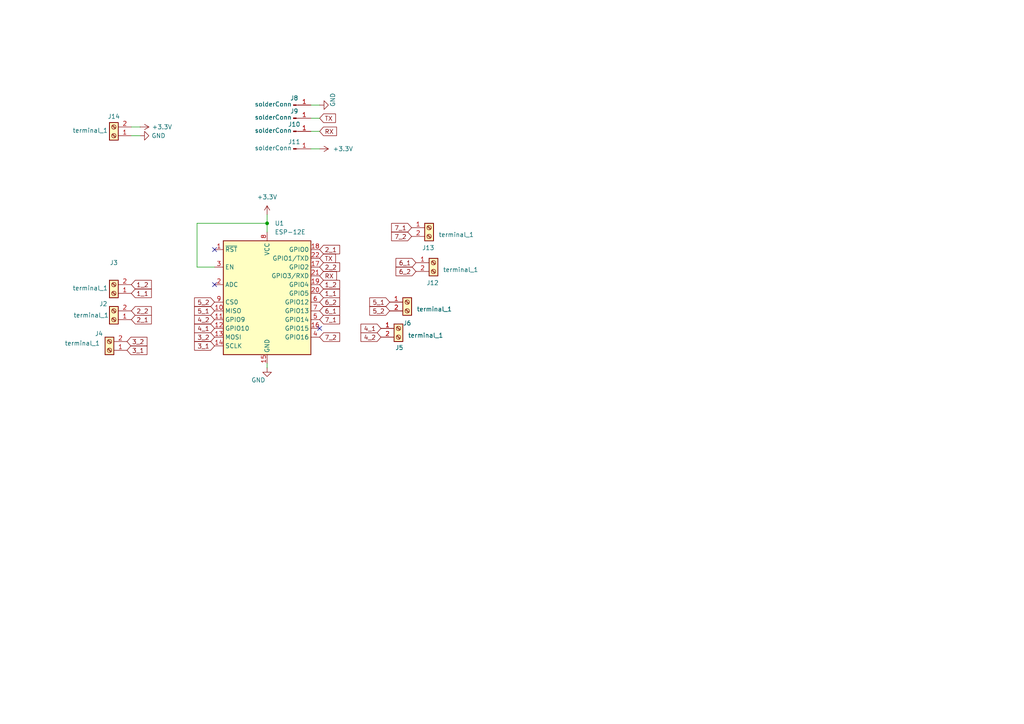
<source format=kicad_sch>
(kicad_sch (version 20231120) (generator "eeschema") (generator_version "8.0")
  (paper "A4")
  (lib_symbols
    (symbol "+3.3V_1" (power) (pin_numbers hide) (pin_names (offset 0) hide)
      (property "Value" "+3.3V" (at 0 3.556 0))
      (symbol "+3.3V_1_0_1"
        (polyline (pts (xy -0.762 1.27) (xy 0 2.54)))
        (polyline (pts (xy 0 0) (xy 0 2.54)))
        (polyline (pts (xy 0 2.54) (xy 0.762 1.27)))
      )
      (symbol "+3.3V_1_1_1"
        (pin power_in line (at 0 0 90) (length 0) (name "~") (number "1"))
      )
    )
    (symbol "Connector:Conn_01x01_Pin" (pin_names (offset 1.016) hide)
      (property "Reference" "J" (at 0 2.54 0))
      (property "Value" "Conn_01x01_Pin" (at 0 -2.54 0))
      (symbol "Conn_01x01_Pin_1_1"
        (polyline (pts (xy 1.27 0) (xy 0.8636 0)) (stroke (width 0.1524)))
        (rectangle (start 0.8636 0.127) (end 0 -0.127) (stroke (width 0.1524)) (fill (type outline)))
        (pin passive line (at 5.08 0 180) (length 3.81) (name "Pin_1") (number "1"))
      )
    )
    (symbol "Connector:Screw_Terminal_01x02" (pin_names (offset 1.016) hide)
      (property "Reference" "J" (at 0 2.54 0))
      (property "Value" "Screw_Terminal_01x02" (at 0 -5.08 0))
      (symbol "Screw_Terminal_01x02_1_1"
        (rectangle (start -1.27 1.27) (end 1.27 -3.81) (stroke (width 0.254)) (fill (type background)))
        (circle (center 0 -2.54) (radius 0.635) (stroke (width 0.1524)))
        (polyline (pts (xy -0.5334 -2.2098) (xy 0.3302 -3.048)) (stroke (width 0.1524)))
        (polyline (pts (xy -0.5334 0.3302) (xy 0.3302 -0.508)) (stroke (width 0.1524)))
        (polyline (pts (xy -0.3556 -2.032) (xy 0.508 -2.8702)) (stroke (width 0.1524)))
        (polyline (pts (xy -0.3556 0.508) (xy 0.508 -0.3302)) (stroke (width 0.1524)))
        (circle (center 0 0) (radius 0.635) (stroke (width 0.1524)))
        (pin passive line (at -5.08 0 0) (length 3.81) (name "Pin_1") (number "1"))
        (pin passive line (at -5.08 -2.54 0) (length 3.81) (name "Pin_2") (number "2"))
      )
    )
    (symbol "GND_1" (power) (pin_numbers hide) (pin_names (offset 0) hide)
      (property "Value" "GND" (at 0 -3.81 0))
      (symbol "GND_1_0_1"
        (polyline (pts (xy 0 0) (xy 0 -1.27) (xy 1.27 -1.27) (xy 0 -2.54) (xy -1.27 -1.27) (xy 0 -1.27)))
      )
      (symbol "GND_1_1_1"
        (pin power_in line (at 0 0 270) (length 0) (name "~") (number "1"))
      )
    )
    (symbol "RF_Module:ESP-12E"
      (property "Reference" "U" (at -12.7 19.05 0))
      (property "Value" "ESP-12E" (at 12.7 19.05 0))
      (symbol "ESP-12E_0_1"
        (rectangle (start -12.7 17.78) (end 12.7 -15.24) (stroke (width 0.254)) (fill (type background)))
      )
      (symbol "ESP-12E_1_1"
        (pin input line (at -15.24 15.24 0) (length 2.54) (name "~{RST}") (number "1"))
        (pin bidirectional line (at -15.24 -2.54 0) (length 2.54) (name "MISO") (number "10"))
        (pin bidirectional line (at -15.24 -5.08 0) (length 2.54) (name "GPIO9") (number "11"))
        (pin bidirectional line (at -15.24 -7.62 0) (length 2.54) (name "GPIO10") (number "12"))
        (pin bidirectional line (at -15.24 -10.16 0) (length 2.54) (name "MOSI") (number "13"))
        (pin bidirectional line (at -15.24 -12.7 0) (length 2.54) (name "SCLK") (number "14"))
        (pin power_in line (at 0 -17.78 90) (length 2.54) (name "GND") (number "15"))
        (pin bidirectional line (at 15.24 -7.62 180) (length 2.54) (name "GPIO15") (number "16"))
        (pin bidirectional line (at 15.24 10.16 180) (length 2.54) (name "GPIO2") (number "17"))
        (pin bidirectional line (at 15.24 15.24 180) (length 2.54) (name "GPIO0") (number "18"))
        (pin bidirectional line (at 15.24 5.08 180) (length 2.54) (name "GPIO4") (number "19"))
        (pin input line (at -15.24 5.08 0) (length 2.54) (name "ADC") (number "2"))
        (pin bidirectional line (at 15.24 2.54 180) (length 2.54) (name "GPIO5") (number "20"))
        (pin bidirectional line (at 15.24 7.62 180) (length 2.54) (name "GPIO3/RXD") (number "21"))
        (pin bidirectional line (at 15.24 12.7 180) (length 2.54) (name "GPIO1/TXD") (number "22"))
        (pin input line (at -15.24 10.16 0) (length 2.54) (name "EN") (number "3"))
        (pin bidirectional line (at 15.24 -10.16 180) (length 2.54) (name "GPIO16") (number "4"))
        (pin bidirectional line (at 15.24 -5.08 180) (length 2.54) (name "GPIO14") (number "5"))
        (pin bidirectional line (at 15.24 0 180) (length 2.54) (name "GPIO12") (number "6"))
        (pin bidirectional line (at 15.24 -2.54 180) (length 2.54) (name "GPIO13") (number "7"))
        (pin power_in line (at 0 20.32 270) (length 2.54) (name "VCC") (number "8"))
        (pin input line (at -15.24 0 0) (length 2.54) (name "CS0") (number "9"))
      )
    )
    (symbol "power:+3.3V" (power) (pin_names (offset 0))
      (property "Value" "+3.3V" (at 0 3.556 0))
      (symbol "+3.3V_0_1"
        (polyline (pts (xy -0.762 1.27) (xy 0 2.54)))
        (polyline (pts (xy 0 0) (xy 0 2.54)))
        (polyline (pts (xy 0 2.54) (xy 0.762 1.27)))
      )
      (symbol "+3.3V_1_1"
        (pin power_in line (at 0 0 90) (length 0) hide (name "+3.3V") (number "1"))
      )
    )
  )
  (junction (at 77.47 64.77))
  (no_connect (at 62.23 82.55))
  (no_connect (at 92.71 95.25))
  (no_connect (at 62.23 72.39))
  (wire (pts (xy 92.71 38.1) (xy 90.17 38.1)))
  (wire (pts (xy 77.47 106.68) (xy 77.47 105.41)))
  (wire (pts (xy 92.71 43.18) (xy 90.17 43.18)))
  (wire (pts (xy 92.71 30.48) (xy 90.17 30.48)))
  (wire (pts (xy 77.47 62.23) (xy 77.47 64.77)))
  (wire (pts (xy 57.15 77.47) (xy 62.23 77.47)))
  (wire (pts (xy 40.64 36.83) (xy 38.1 36.83)))
  (wire (pts (xy 77.47 64.77) (xy 77.47 67.31)))
  (wire (pts (xy 92.71 34.29) (xy 90.17 34.29)))
  (wire (pts (xy 40.64 39.37) (xy 38.1 39.37)))
  (wire (pts (xy 77.47 64.77) (xy 57.15 64.77)))
  (wire (pts (xy 57.15 64.77) (xy 57.15 77.47)))
  (global_label "2_1" (shape input) (at 38.1 92.71 0) (property "Intersheetrefs" "${INTERSHEET_REFS}" (effects (hide yes))))
  (global_label "3_1" (shape input) (at 36.83 101.6 0) (property "Intersheetrefs" "${INTERSHEET_REFS}" (effects (hide yes))))
  (global_label "TX" (shape input) (at 92.71 34.29 0) (property "Intersheetrefs" "${INTERSHEET_REFS}" (effects (hide yes))))
  (global_label "3_2" (shape input) (at 36.83 99.06 0) (property "Intersheetrefs" "${INTERSHEET_REFS}" (effects (hide yes))))
  (global_label "5_2" (shape input) (at 113.03 90.17 180) (property "Intersheetrefs" "${INTERSHEET_REFS}" (effects (hide yes))))
  (global_label "TX" (shape input) (at 92.71 74.93 0) (property "Intersheetrefs" "${INTERSHEET_REFS}" (effects (hide yes))))
  (global_label "7_2" (shape input) (at 119.38 68.58 180) (property "Intersheetrefs" "${INTERSHEET_REFS}" (effects (hide yes))))
  (global_label "1_2" (shape input) (at 92.71 82.55 0) (property "Intersheetrefs" "${INTERSHEET_REFS}" (effects (hide yes))))
  (global_label "1_1" (shape input) (at 38.1 85.09 0) (property "Intersheetrefs" "${INTERSHEET_REFS}" (effects (hide yes))))
  (global_label "6_2" (shape input) (at 120.65 78.74 180) (property "Intersheetrefs" "${INTERSHEET_REFS}" (effects (hide yes))))
  (global_label "6_1" (shape input) (at 120.65 76.2 180) (property "Intersheetrefs" "${INTERSHEET_REFS}" (effects (hide yes))))
  (global_label "4_2" (shape input) (at 62.23 92.71 180) (property "Intersheetrefs" "${INTERSHEET_REFS}" (effects (hide yes))))
  (global_label "7_1" (shape input) (at 92.71 92.71 0) (property "Intersheetrefs" "${INTERSHEET_REFS}" (effects (hide yes))))
  (global_label "2_1" (shape input) (at 92.71 72.39 0) (property "Intersheetrefs" "${INTERSHEET_REFS}" (effects (hide yes))))
  (global_label "6_1" (shape input) (at 92.71 90.17 0) (property "Intersheetrefs" "${INTERSHEET_REFS}" (effects (hide yes))))
  (global_label "3_2" (shape input) (at 62.23 97.79 180) (property "Intersheetrefs" "${INTERSHEET_REFS}" (effects (hide yes))))
  (global_label "RX" (shape input) (at 92.71 80.01 0) (property "Intersheetrefs" "${INTERSHEET_REFS}" (effects (hide yes))))
  (global_label "RX" (shape input) (at 92.71 38.1 0) (property "Intersheetrefs" "${INTERSHEET_REFS}" (effects (hide yes))))
  (global_label "4_2" (shape input) (at 110.49 97.79 180) (property "Intersheetrefs" "${INTERSHEET_REFS}" (effects (hide yes))))
  (global_label "5_1" (shape input) (at 62.23 90.17 180) (property "Intersheetrefs" "${INTERSHEET_REFS}" (effects (hide yes))))
  (global_label "2_2" (shape input) (at 92.71 77.47 0) (property "Intersheetrefs" "${INTERSHEET_REFS}" (effects (hide yes))))
  (global_label "4_1" (shape input) (at 62.23 95.25 180) (property "Intersheetrefs" "${INTERSHEET_REFS}" (effects (hide yes))))
  (global_label "2_2" (shape input) (at 38.1 90.17 0) (property "Intersheetrefs" "${INTERSHEET_REFS}" (effects (hide yes))))
  (global_label "3_1" (shape input) (at 62.23 100.33 180) (property "Intersheetrefs" "${INTERSHEET_REFS}" (effects (hide yes))))
  (global_label "7_1" (shape input) (at 119.38 66.04 180) (property "Intersheetrefs" "${INTERSHEET_REFS}" (effects (hide yes))))
  (global_label "6_2" (shape input) (at 92.71 87.63 0) (property "Intersheetrefs" "${INTERSHEET_REFS}" (effects (hide yes))))
  (global_label "1_2" (shape input) (at 38.1 82.55 0) (property "Intersheetrefs" "${INTERSHEET_REFS}" (effects (hide yes))))
  (global_label "1_1" (shape input) (at 92.71 85.09 0) (property "Intersheetrefs" "${INTERSHEET_REFS}" (effects (hide yes))))
  (global_label "4_1" (shape input) (at 110.49 95.25 180) (property "Intersheetrefs" "${INTERSHEET_REFS}" (effects (hide yes))))
  (global_label "5_2" (shape input) (at 62.23 87.63 180) (property "Intersheetrefs" "${INTERSHEET_REFS}" (effects (hide yes))))
  (global_label "7_2" (shape input) (at 92.71 97.79 0) (property "Intersheetrefs" "${INTERSHEET_REFS}" (effects (hide yes))))
  (global_label "5_1" (shape input) (at 113.03 87.63 180) (property "Intersheetrefs" "${INTERSHEET_REFS}" (effects (hide yes))))
  (symbol (lib_id "Connector:Conn_01x01_Pin") (at 85.09 30.48 0) (unit 1)
    (property "Reference" "J8" (at 85.344 28.448 0))
    (property "Value" "solderConn" (at 79.248 30.226 0))
    (property "Footprint" "CustomParts:solderConnector3" (effects (hide yes)))
    (property "Description" "Generic connector, single row, 01x01, script generated" (effects (hide yes)))
  )
  (symbol (lib_name "GND_1") (lib_id "power:GND") (at 40.64 39.37 90) (unit 1)
    (property "Reference" "#PWR05" (effects (hide yes)))
    (property "Value" "GND" (at 45.974 39.37 90))
    (property "Description" "Power symbol creates a global label with name \"GND\" , ground" (effects (hide yes)))
  )
  (symbol (lib_id "RF_Module:ESP-12E") (at 77.47 87.63 0) (unit 1)
    (property "Reference" "U1" (at 79.6641 64.77 0) (effects (justify left)))
    (property "Value" "ESP-12E" (at 79.6641 67.31 0) (effects (justify left)))
    (property "Footprint" "RF_Module:ESP-12E" (effects (hide yes)))
    (property "Datasheet" "http://wiki.ai-thinker.com/_media/esp8266/esp8266_series_modules_user_manual_v1.1.pdf" (effects (hide yes)))
    (property "Description" "802.11 b/g/n Wi-Fi Module" (effects (hide yes)))
  )
  (symbol (lib_id "Connector:Screw_Terminal_01x02") (at 115.57 95.25 0) (unit 1)
    (property "Reference" "J5" (at 115.824 100.838 0))
    (property "Value" "terminal_1" (at 123.444 97.282 0))
    (property "Footprint" "TerminalBlock_MetzConnect:TerminalBlock_MetzConnect_Type059_RT06302HBWC_1x02_P3.50mm_Horizontal" (effects (hide yes)))
    (property "Description" "Generic screw terminal, single row, 01x02, script generated (kicad-library-utils/schlib/autogen/connector/)" (effects (hide yes)))
  )
  (symbol (lib_id "power:+3.3V") (at 92.71 43.18 270) (unit 1)
    (property "Reference" "#PWR02" (effects (hide yes)))
    (property "Value" "+3.3V" (at 96.52 43.1799 90) (effects (justify left)))
  )
  (symbol (lib_id "Connector:Conn_01x01_Pin") (at 85.09 43.18 0) (unit 1)
    (property "Reference" "J11" (at 85.344 41.148 0))
    (property "Value" "solderConn" (at 79.248 42.926 0))
    (property "Footprint" "CustomParts:solderConnector3" (effects (hide yes)))
    (property "Description" "Generic connector, single row, 01x01, script generated" (effects (hide yes)))
  )
  (symbol (lib_name "+3.3V_1") (lib_id "power:+3.3V") (at 40.64 36.83 270) (unit 1)
    (property "Reference" "#PWR04" (effects (hide yes)))
    (property "Value" "+3.3V" (at 46.99 36.83 90))
    (property "Description" "Power symbol creates a global label with name \"+3.3V\"" (effects (hide yes)))
  )
  (symbol (lib_id "Connector:Conn_01x01_Pin") (at 85.09 34.29 0) (unit 1)
    (property "Reference" "J9" (at 85.344 32.258 0))
    (property "Value" "solderConn" (at 79.248 34.036 0))
    (property "Footprint" "CustomParts:solderConnector3" (effects (hide yes)))
    (property "Description" "Generic connector, single row, 01x01, script generated" (effects (hide yes)))
  )
  (symbol (lib_id "Connector:Screw_Terminal_01x02") (at 118.11 87.63 0) (unit 1)
    (property "Reference" "J6" (at 118.11 93.726 0))
    (property "Value" "terminal_1" (at 125.984 89.662 0))
    (property "Footprint" "TerminalBlock_MetzConnect:TerminalBlock_MetzConnect_Type059_RT06302HBWC_1x02_P3.50mm_Horizontal" (effects (hide yes)))
    (property "Description" "Generic screw terminal, single row, 01x02, script generated (kicad-library-utils/schlib/autogen/connector/)" (effects (hide yes)))
  )
  (symbol (lib_id "Connector:Screw_Terminal_01x02") (at 124.46 66.04 0) (unit 1)
    (property "Reference" "J13" (at 124.206 71.882 0))
    (property "Value" "terminal_1" (at 132.334 68.072 0))
    (property "Footprint" "TerminalBlock_MetzConnect:TerminalBlock_MetzConnect_Type059_RT06302HBWC_1x02_P3.50mm_Horizontal" (effects (hide yes)))
    (property "Description" "Generic screw terminal, single row, 01x02, script generated (kicad-library-utils/schlib/autogen/connector/)" (effects (hide yes)))
  )
  (symbol (lib_id "Connector:Screw_Terminal_01x02") (at 31.75 101.6 180) (unit 1)
    (property "Reference" "J4" (at 28.702 96.774 0))
    (property "Value" "terminal_1" (at 23.876 99.568 0))
    (property "Footprint" "TerminalBlock_MetzConnect:TerminalBlock_MetzConnect_Type059_RT06302HBWC_1x02_P3.50mm_Horizontal" (effects (hide yes)))
    (property "Description" "Generic screw terminal, single row, 01x02, script generated (kicad-library-utils/schlib/autogen/connector/)" (effects (hide yes)))
  )
  (symbol (lib_name "GND_1") (lib_id "power:GND") (at 92.71 30.48 90) (unit 1)
    (property "Reference" "#PWR03" (effects (hide yes)))
    (property "Value" "GND" (at 96.52 28.956 0))
    (property "Description" "Power symbol creates a global label with name \"GND\" , ground" (effects (hide yes)))
  )
  (symbol (lib_id "Connector:Screw_Terminal_01x02") (at 33.02 85.09 180) (unit 1)
    (property "Reference" "J3" (at 33.02 76.2 0))
    (property "Value" "terminal_1" (at 26.162 83.566 0))
    (property "Footprint" "TerminalBlock_MetzConnect:TerminalBlock_MetzConnect_Type059_RT06302HBWC_1x02_P3.50mm_Horizontal" (effects (hide yes)))
    (property "Description" "Generic screw terminal, single row, 01x02, script generated (kicad-library-utils/schlib/autogen/connector/)" (effects (hide yes)))
  )
  (symbol (lib_id "Connector:Conn_01x01_Pin") (at 85.09 38.1 0) (unit 1)
    (property "Reference" "J10" (at 85.344 36.068 0))
    (property "Value" "solderConn" (at 79.248 37.846 0))
    (property "Footprint" "CustomParts:solderConnector3" (effects (hide yes)))
    (property "Description" "Generic connector, single row, 01x01, script generated" (effects (hide yes)))
  )
  (symbol (lib_id "Connector:Screw_Terminal_01x02") (at 125.73 76.2 0) (unit 1)
    (property "Reference" "J12" (at 125.476 82.042 0))
    (property "Value" "terminal_1" (at 133.604 78.232 0))
    (property "Footprint" "TerminalBlock_MetzConnect:TerminalBlock_MetzConnect_Type059_RT06302HBWC_1x02_P3.50mm_Horizontal" (effects (hide yes)))
    (property "Description" "Generic screw terminal, single row, 01x02, script generated (kicad-library-utils/schlib/autogen/connector/)" (effects (hide yes)))
  )
  (symbol (lib_name "GND_1") (lib_id "power:GND") (at 77.47 106.68 0) (unit 1)
    (property "Reference" "#PWR01" (effects (hide yes)))
    (property "Value" "GND" (at 74.93 110.236 0))
    (property "Description" "Power symbol creates a global label with name \"GND\" , ground" (effects (hide yes)))
  )
  (symbol (lib_id "power:+3.3V") (at 77.47 62.23 0) (unit 1)
    (property "Reference" "#PWR08" (effects (hide yes)))
    (property "Value" "+3.3V" (at 77.47 57.15 0))
  )
  (symbol (lib_id "Connector:Screw_Terminal_01x02") (at 33.02 92.71 180) (unit 1)
    (property "Reference" "J2" (at 29.972 88.138 0))
    (property "Value" "terminal_1" (at 26.416 91.44 0))
    (property "Footprint" "TerminalBlock_MetzConnect:TerminalBlock_MetzConnect_Type059_RT06302HBWC_1x02_P3.50mm_Horizontal" (effects (hide yes)))
    (property "Description" "Generic screw terminal, single row, 01x02, script generated (kicad-library-utils/schlib/autogen/connector/)" (effects (hide yes)))
  )
  (symbol (lib_id "Connector:Screw_Terminal_01x02") (at 33.02 39.37 180) (unit 1)
    (property "Reference" "J14" (at 33.02 33.782 0))
    (property "Value" "terminal_1" (at 26.162 37.846 0))
    (property "Footprint" "TerminalBlock_MetzConnect:TerminalBlock_MetzConnect_Type059_RT06302HBWC_1x02_P3.50mm_Horizontal" (effects (hide yes)))
    (property "Description" "Generic screw terminal, single row, 01x02, script generated (kicad-library-utils/schlib/autogen/connector/)" (effects (hide yes)))
  )
)
</source>
